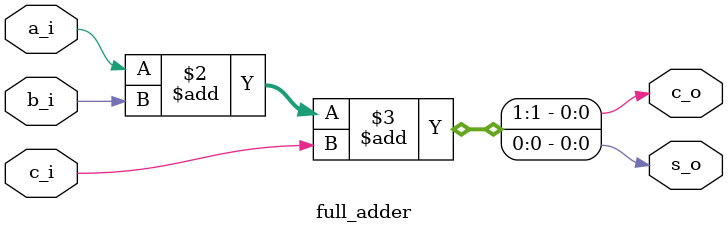
<source format=sv>

module full_adder(
  input        a_i, // Input A
  input        b_i, // Input B
  input        c_i, // Carry Input
  output logic s_o, // Sum
  output logic c_o  // Carry Output
);
  
  // Assign carry and sum
  always_comb begin
    {c_o, s_o} = a_i + b_i + c_i;
  end
  
endmodule
</source>
